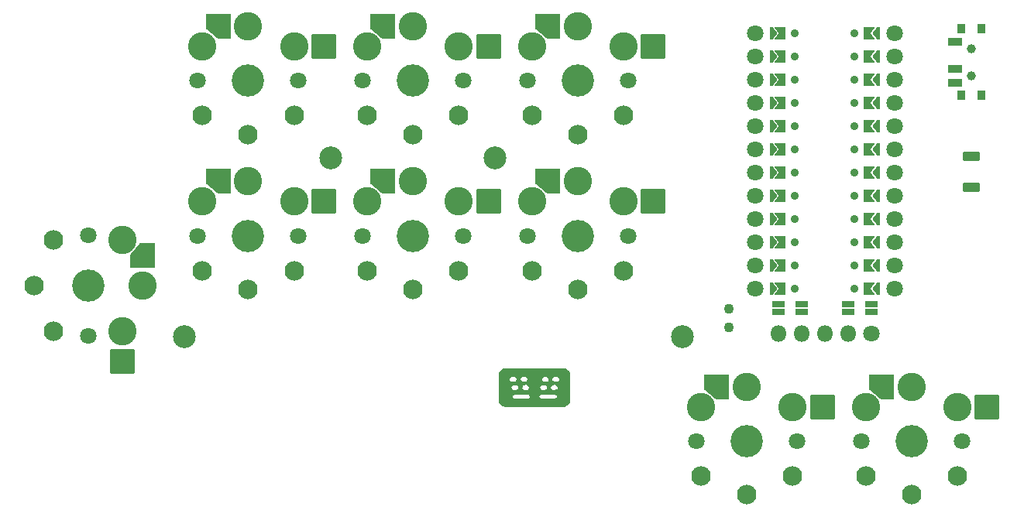
<source format=gbr>
%TF.GenerationSoftware,KiCad,Pcbnew,7.0.9*%
%TF.CreationDate,2024-03-07T17:23:47+01:00*%
%TF.ProjectId,zenFlow,7a656e46-6c6f-4772-9e6b-696361645f70,1*%
%TF.SameCoordinates,Original*%
%TF.FileFunction,Soldermask,Bot*%
%TF.FilePolarity,Negative*%
%FSLAX46Y46*%
G04 Gerber Fmt 4.6, Leading zero omitted, Abs format (unit mm)*
G04 Created by KiCad (PCBNEW 7.0.9) date 2024-03-07 17:23:47*
%MOMM*%
%LPD*%
G01*
G04 APERTURE LIST*
G04 Aperture macros list*
%AMRoundRect*
0 Rectangle with rounded corners*
0 $1 Rounding radius*
0 $2 $3 $4 $5 $6 $7 $8 $9 X,Y pos of 4 corners*
0 Add a 4 corners polygon primitive as box body*
4,1,4,$2,$3,$4,$5,$6,$7,$8,$9,$2,$3,0*
0 Add four circle primitives for the rounded corners*
1,1,$1+$1,$2,$3*
1,1,$1+$1,$4,$5*
1,1,$1+$1,$6,$7*
1,1,$1+$1,$8,$9*
0 Add four rect primitives between the rounded corners*
20,1,$1+$1,$2,$3,$4,$5,0*
20,1,$1+$1,$4,$5,$6,$7,0*
20,1,$1+$1,$6,$7,$8,$9,0*
20,1,$1+$1,$8,$9,$2,$3,0*%
%AMFreePoly0*
4,1,15,1.335355,1.335355,1.350000,1.300000,1.350000,-1.300000,1.335355,-1.335355,1.300000,-1.350000,-0.050000,-1.350000,-0.082160,-1.338285,-1.332160,-0.288285,-1.349812,-0.254331,-1.350000,-0.250000,-1.350000,1.300000,-1.335355,1.335355,-1.300000,1.350000,1.300000,1.350000,1.335355,1.335355,1.335355,1.335355,$1*%
%AMFreePoly1*
4,1,16,-0.214645,0.660355,-0.210957,0.656235,0.289043,0.031235,0.299694,-0.005522,0.289043,-0.031235,-0.210957,-0.656235,-0.244478,-0.674694,-0.250000,-0.675000,-0.500000,-0.675000,-0.535355,-0.660355,-0.550000,-0.625000,-0.550000,0.625000,-0.535355,0.660355,-0.500000,0.675000,-0.250000,0.675000,-0.214645,0.660355,-0.214645,0.660355,$1*%
%AMFreePoly2*
4,1,16,0.535355,0.660355,0.550000,0.625000,0.550000,-0.625000,0.535355,-0.660355,0.500000,-0.675000,-0.650000,-0.675000,-0.685355,-0.660355,-0.700000,-0.625000,-0.689043,-0.593765,-0.214031,0.000000,-0.689043,0.593765,-0.699694,0.630522,-0.681235,0.664043,-0.650000,0.675000,0.500000,0.675000,0.535355,0.660355,0.535355,0.660355,$1*%
G04 Aperture macros list end*
%ADD10C,3.529000*%
%ADD11C,1.801800*%
%ADD12C,3.100000*%
%ADD13FreePoly0,270.000000*%
%ADD14RoundRect,0.050000X-1.300000X1.300000X-1.300000X-1.300000X1.300000X-1.300000X1.300000X1.300000X0*%
%ADD15C,2.132000*%
%ADD16FreePoly0,0.000000*%
%ADD17RoundRect,0.050000X-1.300000X-1.300000X1.300000X-1.300000X1.300000X1.300000X-1.300000X1.300000X0*%
%ADD18C,1.800000*%
%ADD19C,0.900000*%
%ADD20FreePoly1,0.000000*%
%ADD21FreePoly2,0.000000*%
%ADD22FreePoly2,180.000000*%
%ADD23FreePoly1,180.000000*%
%ADD24RoundRect,0.050000X-0.400000X0.500000X-0.400000X-0.500000X0.400000X-0.500000X0.400000X0.500000X0*%
%ADD25RoundRect,0.050000X-0.750000X0.350000X-0.750000X-0.350000X0.750000X-0.350000X0.750000X0.350000X0*%
%ADD26C,1.000000*%
%ADD27RoundRect,0.050000X0.850000X-0.450000X0.850000X0.450000X-0.850000X0.450000X-0.850000X-0.450000X0*%
%ADD28C,1.100000*%
%ADD29C,2.500000*%
%ADD30RoundRect,0.050000X-0.600000X0.300000X-0.600000X-0.300000X0.600000X-0.300000X0.600000X0.300000X0*%
%ADD31O,1.800000X1.800000*%
G04 APERTURE END LIST*
%TO.C,G\u002A\u002A\u002A*%
G36*
X207710300Y-162880686D02*
G01*
X207711516Y-163235098D01*
X207711655Y-163631693D01*
X207711667Y-163665737D01*
X207711667Y-164651957D01*
X207711667Y-165266679D01*
X207604619Y-165424213D01*
X207565138Y-165476866D01*
X207375242Y-165641177D01*
X207119274Y-165754779D01*
X207118723Y-165754936D01*
X207057680Y-165760182D01*
X206919007Y-165765256D01*
X206709542Y-165770084D01*
X206436118Y-165774591D01*
X206105573Y-165778701D01*
X205724741Y-165782340D01*
X205300459Y-165785434D01*
X204839562Y-165787908D01*
X204348886Y-165789686D01*
X203835267Y-165790695D01*
X203281340Y-165791310D01*
X202728327Y-165791634D01*
X202249100Y-165791176D01*
X201837878Y-165789533D01*
X201488882Y-165786303D01*
X201196331Y-165781082D01*
X200954445Y-165773470D01*
X200757445Y-165763063D01*
X200599549Y-165749458D01*
X200474979Y-165732255D01*
X200377953Y-165711049D01*
X200302692Y-165685439D01*
X200243415Y-165655023D01*
X200194343Y-165619397D01*
X200149695Y-165578161D01*
X200103692Y-165530910D01*
X200073941Y-165498374D01*
X199983321Y-165379258D01*
X199924930Y-165272994D01*
X199913248Y-165203241D01*
X199902805Y-165058761D01*
X199894255Y-164853313D01*
X199889010Y-164653005D01*
X201404000Y-164653005D01*
X201424061Y-164741223D01*
X201511825Y-164813871D01*
X201520538Y-164817325D01*
X201624247Y-164836819D01*
X201805842Y-164851147D01*
X202059564Y-164859982D01*
X202379659Y-164863000D01*
X202588886Y-164862686D01*
X202807598Y-164860613D01*
X202964029Y-164855465D01*
X203071048Y-164845953D01*
X203141526Y-164830787D01*
X203188331Y-164808677D01*
X203224333Y-164778333D01*
X203287969Y-164697299D01*
X203299879Y-164603290D01*
X203289541Y-164589128D01*
X204328464Y-164589128D01*
X204330421Y-164603290D01*
X204344240Y-164703297D01*
X204419086Y-164797099D01*
X204453672Y-164815881D01*
X204522077Y-164835331D01*
X204626510Y-164848836D01*
X204779123Y-164857327D01*
X204992069Y-164861737D01*
X205277500Y-164863000D01*
X205563836Y-164861130D01*
X205807782Y-164853425D01*
X205985633Y-164837722D01*
X206107086Y-164811871D01*
X206181835Y-164773726D01*
X206219575Y-164721137D01*
X206230000Y-164651957D01*
X206228353Y-164611268D01*
X206213243Y-164552488D01*
X206173932Y-164508811D01*
X206100347Y-164478028D01*
X205982414Y-164457932D01*
X205810057Y-164446312D01*
X205573203Y-164440960D01*
X205261776Y-164439667D01*
X204971906Y-164441155D01*
X204718795Y-164446623D01*
X204539043Y-164456436D01*
X204426697Y-164470937D01*
X204375800Y-164490466D01*
X204328464Y-164589128D01*
X203289541Y-164589128D01*
X203231583Y-164509728D01*
X203217900Y-164498762D01*
X203173268Y-164476881D01*
X203103034Y-164461037D01*
X202995390Y-164450311D01*
X202838524Y-164443785D01*
X202620626Y-164440543D01*
X202329883Y-164439667D01*
X202104133Y-164440071D01*
X201855909Y-164443158D01*
X201674440Y-164451357D01*
X201549315Y-164467067D01*
X201470121Y-164492688D01*
X201426446Y-164530618D01*
X201407876Y-164583258D01*
X201404000Y-164653005D01*
X199889010Y-164653005D01*
X199887597Y-164599033D01*
X199882831Y-164308055D01*
X199879957Y-163992513D01*
X199878975Y-163664542D01*
X199879088Y-163623567D01*
X201287646Y-163623567D01*
X201297467Y-163720537D01*
X201380909Y-163827757D01*
X201478524Y-163893506D01*
X201621865Y-163927199D01*
X201771494Y-163915217D01*
X201905501Y-163863119D01*
X202001973Y-163776462D01*
X202031912Y-163682948D01*
X202468369Y-163682948D01*
X202508882Y-163797710D01*
X202611477Y-163882076D01*
X202648652Y-163897448D01*
X202827420Y-163931597D01*
X202992234Y-163904868D01*
X203123211Y-163823604D01*
X203200468Y-163694150D01*
X203202413Y-163686865D01*
X203196605Y-163622180D01*
X204415967Y-163622180D01*
X204425603Y-163686865D01*
X204432930Y-163736049D01*
X204521209Y-163843927D01*
X204596019Y-163890184D01*
X204762051Y-163932395D01*
X204929165Y-163911294D01*
X205067758Y-163827757D01*
X205075527Y-163819819D01*
X205143681Y-163732458D01*
X205171667Y-163663114D01*
X205170053Y-163643968D01*
X205166841Y-163637377D01*
X205591511Y-163637377D01*
X205595374Y-163663114D01*
X205610732Y-163765434D01*
X205689086Y-163865766D01*
X205716062Y-163881884D01*
X205858653Y-163921860D01*
X206026070Y-163921474D01*
X206178004Y-163879588D01*
X206214525Y-163857278D01*
X206289124Y-163757303D01*
X206308252Y-163631693D01*
X206271803Y-163509403D01*
X206179673Y-163419388D01*
X206172442Y-163415660D01*
X206019388Y-163376881D01*
X205846620Y-163386225D01*
X205699864Y-163441576D01*
X205630609Y-163513658D01*
X205591511Y-163637377D01*
X205166841Y-163637377D01*
X205120432Y-163542151D01*
X205020595Y-163448213D01*
X204896500Y-163388099D01*
X204839562Y-163376093D01*
X204682117Y-163379278D01*
X204551646Y-163430330D01*
X204459234Y-163515786D01*
X204415967Y-163622180D01*
X203196605Y-163622180D01*
X203192323Y-163574483D01*
X203117073Y-163477865D01*
X202994920Y-163407745D01*
X202844120Y-163374852D01*
X202682929Y-163389920D01*
X202560064Y-163455420D01*
X202486557Y-163561086D01*
X202471674Y-163660807D01*
X202468369Y-163682948D01*
X202031912Y-163682948D01*
X202039000Y-163660807D01*
X202007525Y-163544267D01*
X201915563Y-163447513D01*
X201784599Y-163387289D01*
X201636366Y-163369391D01*
X201492599Y-163399614D01*
X201375030Y-163483754D01*
X201351035Y-163512712D01*
X201287646Y-163623567D01*
X199879088Y-163623567D01*
X199879884Y-163336275D01*
X199882683Y-163019848D01*
X199887372Y-162727395D01*
X199887825Y-162709738D01*
X201107589Y-162709738D01*
X201112348Y-162822884D01*
X201187083Y-162932082D01*
X201222243Y-162957448D01*
X201350036Y-163007685D01*
X201496118Y-163029603D01*
X201615667Y-163014575D01*
X201682257Y-162980666D01*
X201788047Y-162877092D01*
X201826685Y-162750355D01*
X201826075Y-162741271D01*
X202275563Y-162741271D01*
X202278699Y-162750355D01*
X202317825Y-162863690D01*
X202382406Y-162934729D01*
X202488470Y-163002223D01*
X202501040Y-163006944D01*
X202607379Y-163036357D01*
X202701545Y-163028961D01*
X202826415Y-162982217D01*
X202953280Y-162893666D01*
X203011081Y-162777688D01*
X203004020Y-162723985D01*
X204588636Y-162723985D01*
X204598344Y-162777688D01*
X204601989Y-162797855D01*
X204674250Y-162893568D01*
X204786572Y-162981837D01*
X204931932Y-163026285D01*
X205080392Y-163020012D01*
X205211616Y-162967616D01*
X205305264Y-162873694D01*
X205326069Y-162797516D01*
X205772369Y-162797516D01*
X205828786Y-162899388D01*
X205954981Y-162981956D01*
X206003057Y-163001460D01*
X206118092Y-163034908D01*
X206217286Y-163027879D01*
X206344942Y-162980173D01*
X206369312Y-162968442D01*
X206473497Y-162875746D01*
X206513016Y-162758125D01*
X206490888Y-162637155D01*
X206410133Y-162534414D01*
X206273768Y-162471482D01*
X206245112Y-162465922D01*
X206077714Y-162464032D01*
X205938402Y-162509599D01*
X205835515Y-162589269D01*
X205777391Y-162689692D01*
X205774915Y-162742845D01*
X205772369Y-162797516D01*
X205326069Y-162797516D01*
X205341000Y-162742845D01*
X205325559Y-162653391D01*
X205249975Y-162544750D01*
X205129546Y-162477072D01*
X204984628Y-162455750D01*
X204835575Y-162486176D01*
X204702744Y-162573743D01*
X204636718Y-162643582D01*
X204588636Y-162723985D01*
X203004020Y-162723985D01*
X202994698Y-162653083D01*
X202901124Y-162537739D01*
X202781709Y-162473164D01*
X202637395Y-162451541D01*
X202498850Y-162476354D01*
X202381848Y-162538789D01*
X202302161Y-162630033D01*
X202275563Y-162741271D01*
X201826075Y-162741271D01*
X201821936Y-162679671D01*
X201778226Y-162576514D01*
X201671367Y-162498671D01*
X201671111Y-162498536D01*
X201524128Y-162454101D01*
X201381075Y-162464825D01*
X201255162Y-162518887D01*
X201159596Y-162604465D01*
X201107589Y-162709738D01*
X199887825Y-162709738D01*
X199893952Y-162471049D01*
X199902421Y-162262946D01*
X199912779Y-162115220D01*
X199925027Y-162040006D01*
X200013705Y-161884246D01*
X200171778Y-161721933D01*
X200366833Y-161598925D01*
X200376518Y-161594549D01*
X200412797Y-161580550D01*
X200457391Y-161568426D01*
X200516173Y-161558042D01*
X200595016Y-161549262D01*
X200699795Y-161541948D01*
X200836380Y-161535965D01*
X201010647Y-161531175D01*
X201228468Y-161527442D01*
X201495717Y-161524629D01*
X201818266Y-161522601D01*
X202201989Y-161521220D01*
X202652759Y-161520350D01*
X203176449Y-161519854D01*
X203778933Y-161519596D01*
X204294714Y-161519702D01*
X204901997Y-161520660D01*
X205430029Y-161522588D01*
X205881886Y-161525529D01*
X206260644Y-161529525D01*
X206569378Y-161534621D01*
X206811165Y-161540857D01*
X206989080Y-161548279D01*
X207106200Y-161556927D01*
X207165600Y-161566846D01*
X207178467Y-161571361D01*
X207315703Y-161635217D01*
X207447128Y-161717201D01*
X207462332Y-161728489D01*
X207524703Y-161776683D01*
X207575696Y-161825140D01*
X207616456Y-161882299D01*
X207648129Y-161956603D01*
X207671861Y-162056490D01*
X207688799Y-162190401D01*
X207700087Y-162366778D01*
X207706872Y-162594059D01*
X207708834Y-162758125D01*
X207710300Y-162880686D01*
G37*
%TD*%
D10*
%TO.C,S1*%
X155000000Y-152500000D03*
D11*
X155000000Y-158000000D03*
X155000000Y-147000000D03*
D12*
X160950000Y-152500000D03*
D13*
X160950000Y-149225000D03*
D14*
X158750000Y-160775000D03*
D12*
X158750000Y-157500000D03*
X158750000Y-147500000D03*
D15*
X149100000Y-152500000D03*
X151200000Y-147500000D03*
X151200000Y-157500000D03*
%TD*%
D10*
%TO.C,S2*%
X172500000Y-147060000D03*
D11*
X178000000Y-147060000D03*
X167000000Y-147060000D03*
D12*
X172500000Y-141110000D03*
D16*
X169225000Y-141110000D03*
D17*
X180775000Y-143310000D03*
D12*
X177500000Y-143310000D03*
X167500000Y-143310000D03*
D15*
X172500000Y-152960000D03*
X167500000Y-150860000D03*
X177500000Y-150860000D03*
%TD*%
D10*
%TO.C,S3*%
X172500000Y-130060000D03*
D11*
X178000000Y-130060000D03*
X167000000Y-130060000D03*
D12*
X172500000Y-124110000D03*
D16*
X169225000Y-124110000D03*
D17*
X180775000Y-126310000D03*
D12*
X177500000Y-126310000D03*
X167500000Y-126310000D03*
D15*
X172500000Y-135960000D03*
X167500000Y-133860000D03*
X177500000Y-133860000D03*
%TD*%
D10*
%TO.C,S4*%
X190500000Y-147060000D03*
D11*
X196000000Y-147060000D03*
X185000000Y-147060000D03*
D12*
X190500000Y-141110000D03*
D16*
X187225000Y-141110000D03*
D17*
X198775000Y-143310000D03*
D12*
X195500000Y-143310000D03*
X185500000Y-143310000D03*
D15*
X190500000Y-152960000D03*
X185500000Y-150860000D03*
X195500000Y-150860000D03*
%TD*%
D10*
%TO.C,S5*%
X190500000Y-130060000D03*
D11*
X196000000Y-130060000D03*
X185000000Y-130060000D03*
D12*
X190500000Y-124110000D03*
D16*
X187225000Y-124110000D03*
D17*
X198775000Y-126310000D03*
D12*
X195500000Y-126310000D03*
X185500000Y-126310000D03*
D15*
X190500000Y-135960000D03*
X185500000Y-133860000D03*
X195500000Y-133860000D03*
%TD*%
D10*
%TO.C,S6*%
X208500000Y-147060000D03*
D11*
X214000000Y-147060000D03*
X203000000Y-147060000D03*
D12*
X208500000Y-141110000D03*
D16*
X205225000Y-141110000D03*
D17*
X216775000Y-143310000D03*
D12*
X213500000Y-143310000D03*
X203500000Y-143310000D03*
D15*
X208500000Y-152960000D03*
X203500000Y-150860000D03*
X213500000Y-150860000D03*
%TD*%
D10*
%TO.C,S7*%
X208500000Y-130060000D03*
D11*
X214000000Y-130060000D03*
X203000000Y-130060000D03*
D12*
X208500000Y-124110000D03*
D16*
X205225000Y-124110000D03*
D17*
X216775000Y-126310000D03*
D12*
X213500000Y-126310000D03*
X203500000Y-126310000D03*
D15*
X208500000Y-135960000D03*
X203500000Y-133860000D03*
X213500000Y-133860000D03*
%TD*%
D10*
%TO.C,S8*%
X227000000Y-169500000D03*
D11*
X232500000Y-169500000D03*
X221500000Y-169500000D03*
D12*
X227000000Y-163550000D03*
D16*
X223725000Y-163550000D03*
D17*
X235275000Y-165750000D03*
D12*
X232000000Y-165750000D03*
X222000000Y-165750000D03*
D15*
X227000000Y-175400000D03*
X222000000Y-173300000D03*
X232000000Y-173300000D03*
%TD*%
D10*
%TO.C,S9*%
X245000000Y-169500000D03*
D11*
X250500000Y-169500000D03*
X239500000Y-169500000D03*
D12*
X245000000Y-163550000D03*
D16*
X241725000Y-163550000D03*
D17*
X253275000Y-165750000D03*
D12*
X250000000Y-165750000D03*
X240000000Y-165750000D03*
D15*
X245000000Y-175400000D03*
X240000000Y-173300000D03*
X250000000Y-173300000D03*
%TD*%
D18*
%TO.C,MCU1*%
X227880000Y-124860000D03*
X243120000Y-124860000D03*
D19*
X232238000Y-124860000D03*
X238762000Y-124860000D03*
D20*
X230000000Y-124860000D03*
D21*
X230725000Y-124860000D03*
D22*
X240275000Y-124860000D03*
D23*
X241000000Y-124860000D03*
D18*
X227880000Y-127400000D03*
X243120000Y-127400000D03*
D19*
X232238000Y-127400000D03*
X238762000Y-127400000D03*
D20*
X230000000Y-127400000D03*
D21*
X230725000Y-127400000D03*
D22*
X240275000Y-127400000D03*
D23*
X241000000Y-127400000D03*
D18*
X227880000Y-129940000D03*
X243120000Y-129940000D03*
D19*
X232238000Y-129940000D03*
X238762000Y-129940000D03*
D20*
X230000000Y-129940000D03*
D21*
X230725000Y-129940000D03*
D22*
X240275000Y-129940000D03*
D23*
X241000000Y-129940000D03*
D18*
X227880000Y-132480000D03*
X243120000Y-132480000D03*
D19*
X232238000Y-132480000D03*
X238762000Y-132480000D03*
D20*
X230000000Y-132480000D03*
D21*
X230725000Y-132480000D03*
D22*
X240275000Y-132480000D03*
D23*
X241000000Y-132480000D03*
D18*
X227880000Y-135020000D03*
X243120000Y-135020000D03*
D19*
X232238000Y-135020000D03*
X238762000Y-135020000D03*
D20*
X230000000Y-135020000D03*
D21*
X230725000Y-135020000D03*
D22*
X240275000Y-135020000D03*
D23*
X241000000Y-135020000D03*
D18*
X227880000Y-137560000D03*
X243120000Y-137560000D03*
D19*
X232238000Y-137560000D03*
X238762000Y-137560000D03*
D20*
X230000000Y-137560000D03*
D21*
X230725000Y-137560000D03*
D22*
X240275000Y-137560000D03*
D23*
X241000000Y-137560000D03*
D18*
X227880000Y-140100000D03*
X243120000Y-140100000D03*
D19*
X232238000Y-140100000D03*
X238762000Y-140100000D03*
D20*
X230000000Y-140100000D03*
D21*
X230725000Y-140100000D03*
D22*
X240275000Y-140100000D03*
D23*
X241000000Y-140100000D03*
D18*
X227880000Y-142640000D03*
X243120000Y-142640000D03*
D19*
X232238000Y-142640000D03*
X238762000Y-142640000D03*
D20*
X230000000Y-142640000D03*
D21*
X230725000Y-142640000D03*
D22*
X240275000Y-142640000D03*
D23*
X241000000Y-142640000D03*
D18*
X227880000Y-145180000D03*
X243120000Y-145180000D03*
D19*
X232238000Y-145180000D03*
X238762000Y-145180000D03*
D20*
X230000000Y-145180000D03*
D21*
X230725000Y-145180000D03*
D22*
X240275000Y-145180000D03*
D23*
X241000000Y-145180000D03*
D18*
X227880000Y-147720000D03*
X243120000Y-147720000D03*
D19*
X232238000Y-147720000D03*
X238762000Y-147720000D03*
D20*
X230000000Y-147720000D03*
D21*
X230725000Y-147720000D03*
D22*
X240275000Y-147720000D03*
D23*
X241000000Y-147720000D03*
D18*
X227880000Y-150260000D03*
X243120000Y-150260000D03*
D19*
X232238000Y-150260000D03*
X238762000Y-150260000D03*
D20*
X230000000Y-150260000D03*
D21*
X230725000Y-150260000D03*
D22*
X240275000Y-150260000D03*
D23*
X241000000Y-150260000D03*
D18*
X227880000Y-152800000D03*
X243120000Y-152800000D03*
D19*
X232238000Y-152800000D03*
X238762000Y-152800000D03*
D20*
X230000000Y-152800000D03*
D21*
X230725000Y-152800000D03*
D22*
X240275000Y-152800000D03*
D23*
X241000000Y-152800000D03*
%TD*%
D24*
%TO.C,SW1*%
X250415000Y-124410000D03*
X252625000Y-124410000D03*
D25*
X249765000Y-130310000D03*
D24*
X250415000Y-131710000D03*
D25*
X249765000Y-128810000D03*
X249765000Y-125810000D03*
D24*
X252625000Y-131710000D03*
D26*
X251525000Y-126560000D03*
X251525000Y-129560000D03*
%TD*%
D27*
%TO.C,S10*%
X251500000Y-141760000D03*
X251500000Y-138360000D03*
%TD*%
D28*
%TO.C,BAT*%
X225000000Y-157060000D03*
X225000000Y-155060000D03*
%TD*%
D29*
%TO.C,H1*%
X199500000Y-138560000D03*
%TD*%
%TO.C,H2*%
X181500000Y-138560000D03*
%TD*%
%TO.C,H3*%
X165500000Y-158060000D03*
%TD*%
%TO.C,H4*%
X220000000Y-158060000D03*
%TD*%
D30*
%TO.C,DISP1*%
X240580000Y-154510000D03*
X238040000Y-154510000D03*
X232960000Y-154510000D03*
X230420000Y-154510000D03*
X240580000Y-155410000D03*
X238040000Y-155410000D03*
X232960000Y-155410000D03*
X230420000Y-155410000D03*
D31*
X230420000Y-157760000D03*
X232960000Y-157760000D03*
X235500000Y-157760000D03*
X238040000Y-157760000D03*
D18*
X240580000Y-157760000D03*
%TD*%
M02*

</source>
